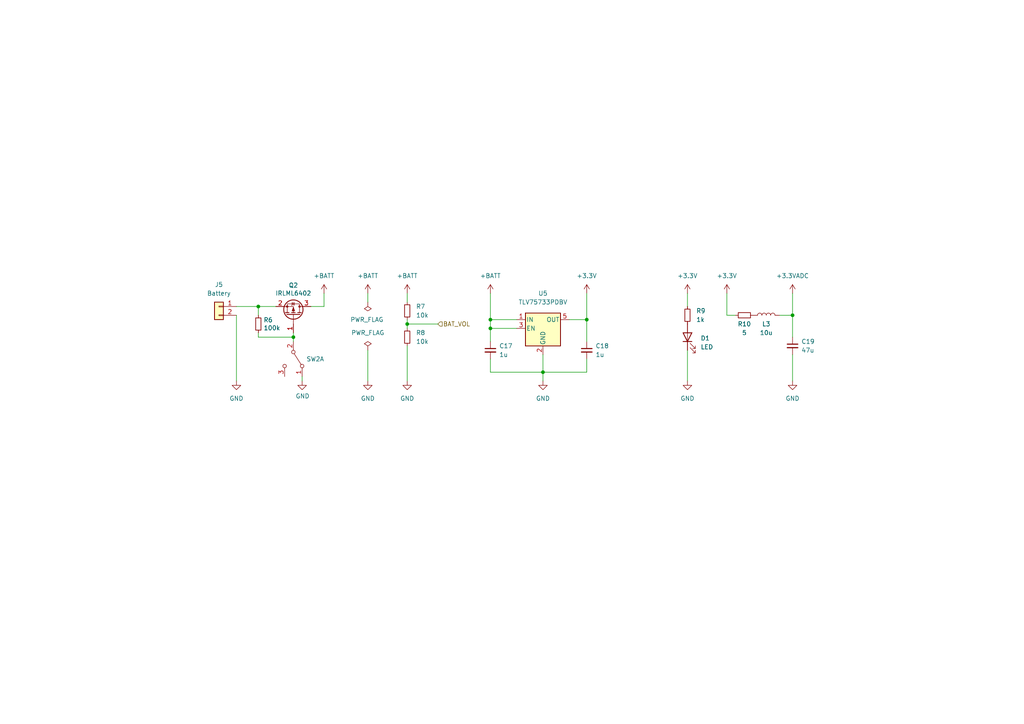
<source format=kicad_sch>
(kicad_sch (version 20231120) (generator "eeschema") (generator_version "8.0")
  (paper "A4")
  (lib_symbols
    (symbol "Connector_Generic:Conn_01x02" (pin_names (offset 1.016) hide)
      (property "Reference" "J" (at 0 2.54 0))
      (property "Value" "Conn_01x02" (at 0 -5.08 0))
      (symbol "Conn_01x02_1_1"
        (rectangle (start -1.27 -2.413) (end 0 -2.667) (stroke (width 0.1524)))
        (rectangle (start -1.27 0.127) (end 0 -0.127) (stroke (width 0.1524)))
        (rectangle (start -1.27 1.27) (end 1.27 -3.81) (stroke (width 0.254)) (fill (type background)))
        (pin passive line (at -5.08 0 0) (length 3.81) (name "Pin_1") (number "1"))
        (pin passive line (at -5.08 -2.54 0) (length 3.81) (name "Pin_2") (number "2"))
      )
    )
    (symbol "Device:C_Small" (pin_numbers hide) (pin_names (offset 0.254) hide)
      (property "Reference" "C" (at 0.254 1.778 0))
      (property "Value" "C_Small" (at 0.254 -2.032 0))
      (symbol "C_Small_0_1"
        (polyline (pts (xy -1.524 -0.508) (xy 1.524 -0.508)) (stroke (width 0.3302)))
        (polyline (pts (xy -1.524 0.508) (xy 1.524 0.508)) (stroke (width 0.3048)))
      )
      (symbol "C_Small_1_1"
        (pin passive line (at 0 2.54 270) (length 2.032) (name "~") (number "1"))
        (pin passive line (at 0 -2.54 90) (length 2.032) (name "~") (number "2"))
      )
    )
    (symbol "Device:L" (pin_numbers hide) (pin_names (offset 1.016) hide)
      (property "Reference" "L" (at -1.27 0 90))
      (property "Value" "L" (at 1.905 0 90))
      (symbol "L_0_1"
        (arc (start 0 -2.54) (mid 0.6323 -1.905) (end 0 -1.27))
        (arc (start 0 -1.27) (mid 0.6323 -0.635) (end 0 0))
        (arc (start 0 0) (mid 0.6323 0.635) (end 0 1.27))
        (arc (start 0 1.27) (mid 0.6323 1.905) (end 0 2.54))
      )
      (symbol "L_1_1"
        (pin passive line (at 0 3.81 270) (length 1.27) (name "1") (number "1"))
        (pin passive line (at 0 -3.81 90) (length 1.27) (name "2") (number "2"))
      )
    )
    (symbol "Device:LED" (pin_numbers hide) (pin_names (offset 1.016) hide)
      (property "Reference" "D" (at 0 2.54 0))
      (property "Value" "LED" (at 0 -2.54 0))
      (symbol "LED_0_1"
        (polyline (pts (xy -1.27 -1.27) (xy -1.27 1.27)) (stroke (width 0.254)))
        (polyline (pts (xy -1.27 0) (xy 1.27 0)))
        (polyline (pts (xy 1.27 -1.27) (xy 1.27 1.27) (xy -1.27 0) (xy 1.27 -1.27)) (stroke (width 0.254)))
        (polyline (pts (xy -3.048 -0.762) (xy -4.572 -2.286) (xy -3.81 -2.286) (xy -4.572 -2.286) (xy -4.572 -1.524)))
        (polyline (pts (xy -1.778 -0.762) (xy -3.302 -2.286) (xy -2.54 -2.286) (xy -3.302 -2.286) (xy -3.302 -1.524)))
      )
      (symbol "LED_1_1"
        (pin passive line (at -3.81 0 0) (length 2.54) (name "K") (number "1"))
        (pin passive line (at 3.81 0 180) (length 2.54) (name "A") (number "2"))
      )
    )
    (symbol "Device:R_Small" (pin_numbers hide) (pin_names (offset 0.254) hide)
      (property "Reference" "R" (at 0.762 0.508 0))
      (property "Value" "R_Small" (at 0.762 -1.016 0))
      (symbol "R_Small_0_1"
        (rectangle (start -0.762 1.778) (end 0.762 -1.778) (stroke (width 0.2032)))
      )
      (symbol "R_Small_1_1"
        (pin passive line (at 0 2.54 270) (length 0.762) (name "~") (number "1"))
        (pin passive line (at 0 -2.54 90) (length 0.762) (name "~") (number "2"))
      )
    )
    (symbol "Regulator_Linear:TLV75733PDBV" (pin_names (offset 0.254))
      (property "Reference" "U" (at -3.81 5.715 0))
      (property "Value" "TLV75733PDBV" (at 0 5.715 0))
      (symbol "TLV75733PDBV_0_1"
        (rectangle (start -5.08 4.445) (end 5.08 -5.08) (stroke (width 0.254)) (fill (type background)))
      )
      (symbol "TLV75733PDBV_1_1"
        (pin power_in line (at -7.62 2.54 0) (length 2.54) (name "IN") (number "1"))
        (pin power_in line (at 0 -7.62 90) (length 2.54) (name "GND") (number "2"))
        (pin input line (at -7.62 0 0) (length 2.54) (name "EN") (number "3"))
        (pin no_connect line (at 5.08 0 180) (length 2.54) hide (name "NC") (number "4"))
        (pin power_out line (at 7.62 2.54 180) (length 2.54) (name "OUT") (number "5"))
      )
    )
    (symbol "Switch:SW_DPDT_x2" (pin_names (offset 0) hide)
      (property "Reference" "SW" (at 0 4.318 0))
      (property "Value" "SW_DPDT_x2" (at 0 -5.08 0))
      (symbol "SW_DPDT_x2_0_0"
        (circle (center -2.032 0) (radius 0.508))
        (circle (center 2.032 -2.54) (radius 0.508))
      )
      (symbol "SW_DPDT_x2_0_1"
        (polyline (pts (xy -1.524 0.254) (xy 1.651 2.286)))
        (circle (center 2.032 2.54) (radius 0.508))
      )
      (symbol "SW_DPDT_x2_1_1"
        (pin passive line (at 5.08 2.54 180) (length 2.54) (name "A") (number "1"))
        (pin passive line (at -5.08 0 0) (length 2.54) (name "B") (number "2"))
        (pin passive line (at 5.08 -2.54 180) (length 2.54) (name "C") (number "3"))
      )
      (symbol "SW_DPDT_x2_2_1"
        (pin passive line (at 5.08 2.54 180) (length 2.54) (name "A") (number "4"))
        (pin passive line (at -5.08 0 0) (length 2.54) (name "B") (number "5"))
        (pin passive line (at 5.08 -2.54 180) (length 2.54) (name "C") (number "6"))
      )
    )
    (symbol "Transistor_FET:IRLML6402" (pin_names hide)
      (property "Reference" "Q" (at 5.08 1.905 0))
      (property "Value" "IRLML6402" (at 5.08 0 0))
      (symbol "IRLML6402_0_1"
        (polyline (pts (xy 0.254 0) (xy -2.54 0)))
        (polyline (pts (xy 0.254 1.905) (xy 0.254 -1.905)) (stroke (width 0.254)))
        (polyline (pts (xy 0.762 -1.27) (xy 0.762 -2.286)) (stroke (width 0.254)))
        (polyline (pts (xy 0.762 0.508) (xy 0.762 -0.508)) (stroke (width 0.254)))
        (polyline (pts (xy 0.762 2.286) (xy 0.762 1.27)) (stroke (width 0.254)))
        (polyline (pts (xy 2.54 2.54) (xy 2.54 1.778)))
        (polyline (pts (xy 2.54 -2.54) (xy 2.54 0) (xy 0.762 0)))
        (polyline (pts (xy 0.762 1.778) (xy 3.302 1.778) (xy 3.302 -1.778) (xy 0.762 -1.778)))
        (polyline (pts (xy 2.286 0) (xy 1.27 0.381) (xy 1.27 -0.381) (xy 2.286 0)) (fill (type outline)))
        (polyline (pts (xy 2.794 -0.508) (xy 2.921 -0.381) (xy 3.683 -0.381) (xy 3.81 -0.254)))
        (polyline (pts (xy 3.302 -0.381) (xy 2.921 0.254) (xy 3.683 0.254) (xy 3.302 -0.381)))
        (circle (center 1.651 0) (radius 2.794) (stroke (width 0.254)))
        (circle (center 2.54 -1.778) (radius 0.254) (fill (type outline)))
        (circle (center 2.54 1.778) (radius 0.254) (fill (type outline)))
      )
      (symbol "IRLML6402_1_1"
        (pin input line (at -5.08 0 0) (length 2.54) (name "G") (number "1"))
        (pin passive line (at 2.54 -5.08 90) (length 2.54) (name "S") (number "2"))
        (pin passive line (at 2.54 5.08 270) (length 2.54) (name "D") (number "3"))
      )
    )
    (symbol "power:+3.3V" (power) (pin_names (offset 0))
      (property "Value" "+3.3V" (at 0 3.556 0))
      (symbol "+3.3V_0_1"
        (polyline (pts (xy -0.762 1.27) (xy 0 2.54)))
        (polyline (pts (xy 0 0) (xy 0 2.54)))
        (polyline (pts (xy 0 2.54) (xy 0.762 1.27)))
      )
      (symbol "+3.3V_1_1"
        (pin power_in line (at 0 0 90) (length 0) hide (name "+3.3V") (number "1"))
      )
    )
    (symbol "power:+3.3VADC" (power) (pin_names (offset 0))
      (property "Value" "+3.3VADC" (at 0 2.54 0))
      (symbol "+3.3VADC_0_0"
        (pin power_in line (at 0 0 90) (length 0) hide (name "+3.3VADC") (number "1"))
      )
      (symbol "+3.3VADC_0_1"
        (polyline (pts (xy -0.762 1.27) (xy 0 2.54)))
        (polyline (pts (xy 0 0) (xy 0 2.54)))
        (polyline (pts (xy 0 2.54) (xy 0.762 1.27)))
      )
    )
    (symbol "power:+BATT" (power) (pin_names (offset 0))
      (property "Value" "+BATT" (at 0 3.556 0))
      (symbol "+BATT_0_1"
        (polyline (pts (xy -0.762 1.27) (xy 0 2.54)))
        (polyline (pts (xy 0 0) (xy 0 2.54)))
        (polyline (pts (xy 0 2.54) (xy 0.762 1.27)))
      )
      (symbol "+BATT_1_1"
        (pin power_in line (at 0 0 90) (length 0) hide (name "+BATT") (number "1"))
      )
    )
    (symbol "power:GND" (power) (pin_names (offset 0))
      (property "Value" "GND" (at 0 -3.81 0))
      (symbol "GND_0_1"
        (polyline (pts (xy 0 0) (xy 0 -1.27) (xy 1.27 -1.27) (xy 0 -2.54) (xy -1.27 -1.27) (xy 0 -1.27)))
      )
      (symbol "GND_1_1"
        (pin power_in line (at 0 0 270) (length 0) hide (name "GND") (number "1"))
      )
    )
    (symbol "power:PWR_FLAG" (power) (pin_numbers hide) (pin_names (offset 0) hide)
      (property "Value" "PWR_FLAG" (at 0 3.81 0))
      (symbol "PWR_FLAG_0_0"
        (pin power_out line (at 0 0 90) (length 0) (name "pwr") (number "1"))
      )
      (symbol "PWR_FLAG_0_1"
        (polyline (pts (xy 0 0) (xy 0 1.27) (xy -1.016 1.905) (xy 0 2.54) (xy 1.016 1.905) (xy 0 1.27)))
      )
    )
  )
  (junction (at 170.18 92.71))
  (junction (at 142.24 92.71))
  (junction (at 74.93 88.9))
  (junction (at 118.11 93.98))
  (junction (at 142.24 95.25))
  (junction (at 157.48 107.95))
  (junction (at 85.09 97.79))
  (junction (at 229.87 91.44))
  (wire (pts (xy 229.87 85.09) (xy 229.87 91.44)))
  (wire (pts (xy 93.98 88.9) (xy 93.98 85.09)))
  (wire (pts (xy 199.39 101.6) (xy 199.39 110.49)))
  (wire (pts (xy 199.39 85.09) (xy 199.39 88.9)))
  (wire (pts (xy 170.18 104.14) (xy 170.18 107.95)))
  (wire (pts (xy 142.24 107.95) (xy 157.48 107.95)))
  (wire (pts (xy 118.11 93.98) (xy 127 93.98)))
  (wire (pts (xy 118.11 93.98) (xy 118.11 95.25)))
  (wire (pts (xy 142.24 95.25) (xy 142.24 92.71)))
  (wire (pts (xy 226.06 91.44) (xy 229.87 91.44)))
  (wire (pts (xy 157.48 107.95) (xy 157.48 110.49)))
  (wire (pts (xy 68.58 88.9) (xy 74.93 88.9)))
  (wire (pts (xy 149.86 95.25) (xy 142.24 95.25)))
  (wire (pts (xy 106.68 85.09) (xy 106.68 87.63)))
  (wire (pts (xy 142.24 85.09) (xy 142.24 92.71)))
  (wire (pts (xy 85.09 96.52) (xy 85.09 97.79)))
  (wire (pts (xy 74.93 97.79) (xy 85.09 97.79)))
  (wire (pts (xy 85.09 99.06) (xy 85.09 97.79)))
  (wire (pts (xy 68.58 91.44) (xy 68.58 110.49)))
  (wire (pts (xy 210.82 85.09) (xy 210.82 91.44)))
  (wire (pts (xy 229.87 97.79) (xy 229.87 91.44)))
  (wire (pts (xy 90.17 88.9) (xy 93.98 88.9)))
  (wire (pts (xy 87.63 110.49) (xy 87.63 109.22)))
  (wire (pts (xy 170.18 107.95) (xy 157.48 107.95)))
  (wire (pts (xy 229.87 102.87) (xy 229.87 110.49)))
  (wire (pts (xy 142.24 92.71) (xy 149.86 92.71)))
  (wire (pts (xy 118.11 100.33) (xy 118.11 110.49)))
  (wire (pts (xy 74.93 88.9) (xy 74.93 91.44)))
  (wire (pts (xy 157.48 102.87) (xy 157.48 107.95)))
  (wire (pts (xy 106.68 101.6) (xy 106.68 110.49)))
  (wire (pts (xy 170.18 85.09) (xy 170.18 92.71)))
  (wire (pts (xy 210.82 91.44) (xy 213.36 91.44)))
  (wire (pts (xy 142.24 95.25) (xy 142.24 99.06)))
  (wire (pts (xy 74.93 96.52) (xy 74.93 97.79)))
  (wire (pts (xy 142.24 104.14) (xy 142.24 107.95)))
  (wire (pts (xy 74.93 88.9) (xy 80.01 88.9)))
  (wire (pts (xy 170.18 92.71) (xy 165.1 92.71)))
  (wire (pts (xy 118.11 92.71) (xy 118.11 93.98)))
  (wire (pts (xy 118.11 85.09) (xy 118.11 87.63)))
  (wire (pts (xy 170.18 92.71) (xy 170.18 99.06)))
  (hierarchical_label "BAT_VOL" (shape input) (at 127 93.98 0))
  (symbol (lib_id "Device:LED") (at 199.39 97.79 90) (unit 1)
    (property "Reference" "D1" (at 203.2 98.1074 90) (effects (justify right)))
    (property "Value" "LED" (at 203.2 100.6474 90) (effects (justify right)))
    (property "Footprint" "LED_SMD:LED_0402_1005Metric" (effects (hide yes)))
  )
  (symbol (lib_id "power:+3.3V") (at 170.18 85.09 0) (unit 1)
    (property "Reference" "#PWR038" (effects (hide yes)))
    (property "Value" "+3.3V" (at 170.18 80.01 0))
  )
  (symbol (lib_id "Device:C_Small") (at 142.24 101.6 0) (unit 1)
    (property "Reference" "C17" (at 144.78 100.3362 0) (effects (justify left)))
    (property "Value" "1u" (at 144.78 102.8762 0) (effects (justify left)))
    (property "Footprint" "Capacitor_SMD:C_0402_1005Metric" (effects (hide yes)))
  )
  (symbol (lib_id "Device:C_Small") (at 229.87 100.33 0) (unit 1)
    (property "Reference" "C19" (at 232.41 99.0662 0) (effects (justify left)))
    (property "Value" "47u" (at 232.41 101.6062 0) (effects (justify left)))
    (property "Footprint" "Capacitor_SMD:C_0603_1608Metric" (effects (hide yes)))
  )
  (symbol (lib_id "power:+3.3VADC") (at 229.87 85.09 0) (unit 1)
    (property "Reference" "#PWR042" (effects (hide yes)))
    (property "Value" "+3.3VADC" (at 229.87 80.01 0))
  )
  (symbol (lib_id "power:PWR_FLAG") (at 106.68 101.6 0) (unit 1)
    (property "Reference" "#FLG04" (effects (hide yes)))
    (property "Value" "PWR_FLAG" (at 106.68 96.52 0))
  )
  (symbol (lib_id "power:GND") (at 229.87 110.49 0) (unit 1)
    (property "Reference" "#PWR043" (effects (hide yes)))
    (property "Value" "GND" (at 229.87 115.57 0))
  )
  (symbol (lib_id "Regulator_Linear:TLV75733PDBV") (at 157.48 95.25 0) (unit 1)
    (property "Reference" "U5" (at 157.48 85.09 0))
    (property "Value" "TLV75733PDBV" (at 157.48 87.63 0))
    (property "Footprint" "Package_TO_SOT_SMD:SOT-23-5" (effects (hide yes)))
    (property "Datasheet" "https://www.ti.com/lit/ds/symlink/tlv757p.pdf" (effects (hide yes)))
  )
  (symbol (lib_id "power:PWR_FLAG") (at 106.68 87.63 180) (unit 1)
    (property "Reference" "#FLG03" (effects (hide yes)))
    (property "Value" "PWR_FLAG" (at 101.6 92.71 0) (effects (justify right)))
  )
  (symbol (lib_id "Device:R_Small") (at 118.11 97.79 0) (unit 1)
    (property "Reference" "R8" (at 120.65 96.5199 0) (effects (justify left)))
    (property "Value" "10k" (at 120.65 99.0599 0) (effects (justify left)))
    (property "Footprint" "Resistor_SMD:R_0201_0603Metric" (effects (hide yes)))
  )
  (symbol (lib_id "power:GND") (at 118.11 110.49 0) (unit 1)
    (property "Reference" "#PWR035" (effects (hide yes)))
    (property "Value" "GND" (at 118.11 115.57 0))
  )
  (symbol (lib_id "power:+BATT") (at 142.24 85.09 0) (unit 1)
    (property "Reference" "#PWR036" (effects (hide yes)))
    (property "Value" "+BATT" (at 142.24 80.01 0))
  )
  (symbol (lib_id "power:+BATT") (at 93.98 85.09 0) (unit 1)
    (property "Reference" "#PWR031" (effects (hide yes)))
    (property "Value" "+BATT" (at 93.98 80.01 0))
  )
  (symbol (lib_id "power:+BATT") (at 118.11 85.09 0) (unit 1)
    (property "Reference" "#PWR034" (effects (hide yes)))
    (property "Value" "+BATT" (at 118.11 80.01 0))
  )
  (symbol (lib_id "Device:R_Small") (at 199.39 91.44 0) (unit 1)
    (property "Reference" "R9" (at 201.93 90.1699 0) (effects (justify left)))
    (property "Value" "1k" (at 201.93 92.7099 0) (effects (justify left)))
    (property "Footprint" "Resistor_SMD:R_0201_0603Metric" (effects (hide yes)))
  )
  (symbol (lib_id "Connector_Generic:Conn_01x02") (at 63.5 88.9 0) (mirror y) (unit 1)
    (property "Reference" "J5" (at 63.5 82.55 0))
    (property "Value" "Battery" (at 63.5 85.09 0))
    (property "Footprint" "Connector_PinSocket_1.27mm:PinSocket_1x02_P1.27mm_Vertical" (effects (hide yes)))
  )
  (symbol (lib_id "power:GND") (at 157.48 110.49 0) (unit 1)
    (property "Reference" "#PWR037" (effects (hide yes)))
    (property "Value" "GND" (at 157.48 115.57 0))
  )
  (symbol (lib_id "power:GND") (at 199.39 110.49 0) (unit 1)
    (property "Reference" "#PWR040" (effects (hide yes)))
    (property "Value" "GND" (at 199.39 115.57 0))
  )
  (symbol (lib_id "power:+3.3V") (at 210.82 85.09 0) (unit 1)
    (property "Reference" "#PWR041" (effects (hide yes)))
    (property "Value" "+3.3V" (at 210.82 80.01 0))
  )
  (symbol (lib_id "power:+BATT") (at 106.68 85.09 0) (unit 1)
    (property "Reference" "#PWR032" (effects (hide yes)))
    (property "Value" "+BATT" (at 106.68 80.01 0))
  )
  (symbol (lib_id "power:GND") (at 68.58 110.49 0) (unit 1)
    (property "Reference" "#PWR029" (effects (hide yes)))
    (property "Value" "GND" (at 68.58 115.57 0))
  )
  (symbol (lib_id "power:GND") (at 106.68 110.49 0) (unit 1)
    (property "Reference" "#PWR033" (effects (hide yes)))
    (property "Value" "GND" (at 106.68 115.57 0))
  )
  (symbol (lib_id "Device:C_Small") (at 170.18 101.6 0) (unit 1)
    (property "Reference" "C18" (at 172.72 100.3362 0) (effects (justify left)))
    (property "Value" "1u" (at 172.72 102.8762 0) (effects (justify left)))
    (property "Footprint" "Capacitor_SMD:C_0402_1005Metric" (effects (hide yes)))
  )
  (symbol (lib_id "Device:R_Small") (at 215.9 91.44 90) (unit 1)
    (property "Reference" "R10" (at 215.9 93.98 90))
    (property "Value" "5" (at 215.9 96.52 90))
    (property "Footprint" "Resistor_SMD:R_0805_2012Metric" (effects (hide yes)))
  )
  (symbol (lib_id "Device:L") (at 222.25 91.44 90) (unit 1)
    (property "Reference" "L3" (at 222.25 93.98 90))
    (property "Value" "10u" (at 222.25 96.52 90))
    (property "Footprint" "Inductor_SMD:L_0805_2012Metric" (effects (hide yes)))
  )
  (symbol (lib_id "Switch:SW_DPDT_x2") (at 85.09 104.14 270) (unit 1)
    (property "Reference" "SW2" (at 88.8492 104.14 90) (effects (justify left)))
    (property "Value" "EG1215AA" (effects (hide yes)))
    (property "Footprint" "half_mouse_lib:EG1215AA" (effects (hide yes)))
  )
  (symbol (lib_id "Device:R_Small") (at 118.11 90.17 0) (unit 1)
    (property "Reference" "R7" (at 120.65 88.8999 0) (effects (justify left)))
    (property "Value" "10k" (at 120.65 91.4399 0) (effects (justify left)))
    (property "Footprint" "Resistor_SMD:R_0201_0603Metric" (effects (hide yes)))
  )
  (symbol (lib_id "Transistor_FET:IRLML6402") (at 85.09 91.44 270) (mirror x) (unit 1)
    (property "Reference" "Q2" (at 85.09 82.7532 90))
    (property "Value" "IRLML6402" (at 85.09 85.0646 90))
    (property "Footprint" "Package_TO_SOT_SMD:SOT-23" (effects (hide yes)))
    (property "Datasheet" "https://www.infineon.com/dgdl/irlml6402pbf.pdf?fileId=5546d462533600a401535668d5c2263c" (effects (hide yes)))
  )
  (symbol (lib_id "power:GND") (at 87.63 110.49 0) (unit 1)
    (property "Reference" "#PWR030" (effects (hide yes)))
    (property "Value" "GND" (at 87.757 114.8842 0))
  )
  (symbol (lib_id "Device:R_Small") (at 74.93 93.98 0) (unit 1)
    (property "Reference" "R6" (at 76.4286 92.8116 0) (effects (justify left)))
    (property "Value" "100k" (at 76.4286 95.123 0) (effects (justify left)))
    (property "Footprint" "Resistor_SMD:R_0201_0603Metric" (effects (hide yes)))
  )
  (symbol (lib_id "power:+3.3V") (at 199.39 85.09 0) (unit 1)
    (property "Reference" "#PWR039" (effects (hide yes)))
    (property "Value" "+3.3V" (at 199.39 80.01 0))
  )
)
</source>
